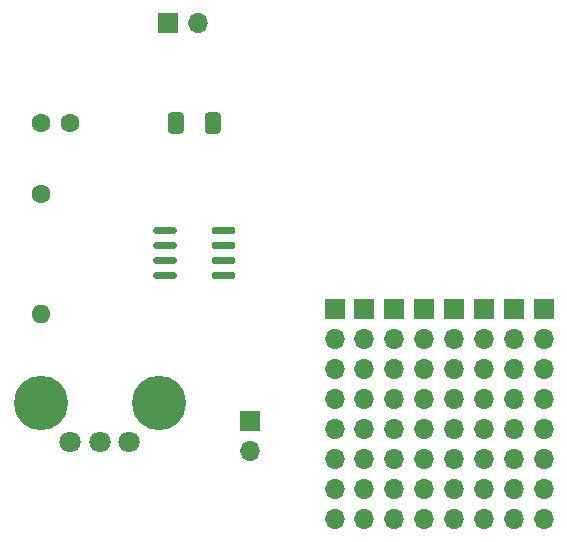
<source format=gbr>
%TF.GenerationSoftware,KiCad,Pcbnew,(5.1.9)-1*%
%TF.CreationDate,2021-08-17T19:58:34-04:00*%
%TF.ProjectId,555-Timer-Soldering-Demo,3535352d-5469-46d6-9572-2d536f6c6465,rev?*%
%TF.SameCoordinates,Original*%
%TF.FileFunction,Soldermask,Top*%
%TF.FilePolarity,Negative*%
%FSLAX46Y46*%
G04 Gerber Fmt 4.6, Leading zero omitted, Abs format (unit mm)*
G04 Created by KiCad (PCBNEW (5.1.9)-1) date 2021-08-17 19:58:34*
%MOMM*%
%LPD*%
G01*
G04 APERTURE LIST*
%ADD10R,1.700000X1.700000*%
%ADD11O,1.700000X1.700000*%
%ADD12O,1.600000X1.600000*%
%ADD13C,1.600000*%
%ADD14C,4.600000*%
%ADD15C,1.800000*%
G04 APERTURE END LIST*
D10*
%TO.C,JX1*%
X129900000Y-79750000D03*
D11*
X129900000Y-82290000D03*
X129900000Y-84830000D03*
X129900000Y-87370000D03*
X129900000Y-89910000D03*
X129900000Y-92450000D03*
X129900000Y-94990000D03*
X129900000Y-97530000D03*
%TD*%
D10*
%TO.C,JX3*%
X134910000Y-79750000D03*
D11*
X134910000Y-82290000D03*
X134910000Y-84830000D03*
X134910000Y-87370000D03*
X134910000Y-89910000D03*
X134910000Y-92450000D03*
X134910000Y-94990000D03*
X134910000Y-97530000D03*
%TD*%
D10*
%TO.C,JX2*%
X132370000Y-79750000D03*
D11*
X132370000Y-82290000D03*
X132370000Y-84830000D03*
X132370000Y-87370000D03*
X132370000Y-89910000D03*
X132370000Y-92450000D03*
X132370000Y-94990000D03*
X132370000Y-97530000D03*
%TD*%
D10*
%TO.C,JX8*%
X147610000Y-79750000D03*
D11*
X147610000Y-82290000D03*
X147610000Y-84830000D03*
X147610000Y-87370000D03*
X147610000Y-89910000D03*
X147610000Y-92450000D03*
X147610000Y-94990000D03*
X147610000Y-97530000D03*
%TD*%
D10*
%TO.C,JX7*%
X145070000Y-79750000D03*
D11*
X145070000Y-82290000D03*
X145070000Y-84830000D03*
X145070000Y-87370000D03*
X145070000Y-89910000D03*
X145070000Y-92450000D03*
X145070000Y-94990000D03*
X145070000Y-97530000D03*
%TD*%
D10*
%TO.C,JX6*%
X142530000Y-79750000D03*
D11*
X142530000Y-82290000D03*
X142530000Y-84830000D03*
X142530000Y-87370000D03*
X142530000Y-89910000D03*
X142530000Y-92450000D03*
X142530000Y-94990000D03*
X142530000Y-97530000D03*
%TD*%
D10*
%TO.C,JX5*%
X139990000Y-79750000D03*
D11*
X139990000Y-82290000D03*
X139990000Y-84830000D03*
X139990000Y-87370000D03*
X139990000Y-89910000D03*
X139990000Y-92450000D03*
X139990000Y-94990000D03*
X139990000Y-97530000D03*
%TD*%
D10*
%TO.C,JX4*%
X137450000Y-79750000D03*
D11*
X137450000Y-82290000D03*
X137450000Y-84830000D03*
X137450000Y-87370000D03*
X137450000Y-89910000D03*
X137450000Y-92450000D03*
X137450000Y-94990000D03*
X137450000Y-97530000D03*
%TD*%
%TO.C,J2*%
X122750000Y-91790000D03*
D10*
X122750000Y-89250000D03*
%TD*%
D11*
%TO.C,J1*%
X118290000Y-55500000D03*
D10*
X115750000Y-55500000D03*
%TD*%
%TO.C,C2*%
G36*
G01*
X117100000Y-63349999D02*
X117100000Y-64650001D01*
G75*
G02*
X116850001Y-64900000I-249999J0D01*
G01*
X116024999Y-64900000D01*
G75*
G02*
X115775000Y-64650001I0J249999D01*
G01*
X115775000Y-63349999D01*
G75*
G02*
X116024999Y-63100000I249999J0D01*
G01*
X116850001Y-63100000D01*
G75*
G02*
X117100000Y-63349999I0J-249999D01*
G01*
G37*
G36*
G01*
X120225000Y-63349999D02*
X120225000Y-64650001D01*
G75*
G02*
X119975001Y-64900000I-249999J0D01*
G01*
X119149999Y-64900000D01*
G75*
G02*
X118900000Y-64650001I0J249999D01*
G01*
X118900000Y-63349999D01*
G75*
G02*
X119149999Y-63100000I249999J0D01*
G01*
X119975001Y-63100000D01*
G75*
G02*
X120225000Y-63349999I0J-249999D01*
G01*
G37*
%TD*%
D12*
%TO.C,R1*%
X105000000Y-80160000D03*
D13*
X105000000Y-70000000D03*
%TD*%
D14*
%TO.C,RV1*%
X105000000Y-87700000D03*
X115000000Y-87700000D03*
D15*
X107500000Y-91000000D03*
X110000000Y-91000000D03*
X112500000Y-91000000D03*
%TD*%
D13*
%TO.C,C1*%
X105000000Y-64000000D03*
X107500000Y-64000000D03*
%TD*%
%TO.C,U1*%
G36*
G01*
X119500000Y-73245000D02*
X119500000Y-72945000D01*
G75*
G02*
X119650000Y-72795000I150000J0D01*
G01*
X121300000Y-72795000D01*
G75*
G02*
X121450000Y-72945000I0J-150000D01*
G01*
X121450000Y-73245000D01*
G75*
G02*
X121300000Y-73395000I-150000J0D01*
G01*
X119650000Y-73395000D01*
G75*
G02*
X119500000Y-73245000I0J150000D01*
G01*
G37*
G36*
G01*
X119500000Y-74515000D02*
X119500000Y-74215000D01*
G75*
G02*
X119650000Y-74065000I150000J0D01*
G01*
X121300000Y-74065000D01*
G75*
G02*
X121450000Y-74215000I0J-150000D01*
G01*
X121450000Y-74515000D01*
G75*
G02*
X121300000Y-74665000I-150000J0D01*
G01*
X119650000Y-74665000D01*
G75*
G02*
X119500000Y-74515000I0J150000D01*
G01*
G37*
G36*
G01*
X119500000Y-75785000D02*
X119500000Y-75485000D01*
G75*
G02*
X119650000Y-75335000I150000J0D01*
G01*
X121300000Y-75335000D01*
G75*
G02*
X121450000Y-75485000I0J-150000D01*
G01*
X121450000Y-75785000D01*
G75*
G02*
X121300000Y-75935000I-150000J0D01*
G01*
X119650000Y-75935000D01*
G75*
G02*
X119500000Y-75785000I0J150000D01*
G01*
G37*
G36*
G01*
X119500000Y-77055000D02*
X119500000Y-76755000D01*
G75*
G02*
X119650000Y-76605000I150000J0D01*
G01*
X121300000Y-76605000D01*
G75*
G02*
X121450000Y-76755000I0J-150000D01*
G01*
X121450000Y-77055000D01*
G75*
G02*
X121300000Y-77205000I-150000J0D01*
G01*
X119650000Y-77205000D01*
G75*
G02*
X119500000Y-77055000I0J150000D01*
G01*
G37*
G36*
G01*
X114550000Y-77055000D02*
X114550000Y-76755000D01*
G75*
G02*
X114700000Y-76605000I150000J0D01*
G01*
X116350000Y-76605000D01*
G75*
G02*
X116500000Y-76755000I0J-150000D01*
G01*
X116500000Y-77055000D01*
G75*
G02*
X116350000Y-77205000I-150000J0D01*
G01*
X114700000Y-77205000D01*
G75*
G02*
X114550000Y-77055000I0J150000D01*
G01*
G37*
G36*
G01*
X114550000Y-75785000D02*
X114550000Y-75485000D01*
G75*
G02*
X114700000Y-75335000I150000J0D01*
G01*
X116350000Y-75335000D01*
G75*
G02*
X116500000Y-75485000I0J-150000D01*
G01*
X116500000Y-75785000D01*
G75*
G02*
X116350000Y-75935000I-150000J0D01*
G01*
X114700000Y-75935000D01*
G75*
G02*
X114550000Y-75785000I0J150000D01*
G01*
G37*
G36*
G01*
X114550000Y-74515000D02*
X114550000Y-74215000D01*
G75*
G02*
X114700000Y-74065000I150000J0D01*
G01*
X116350000Y-74065000D01*
G75*
G02*
X116500000Y-74215000I0J-150000D01*
G01*
X116500000Y-74515000D01*
G75*
G02*
X116350000Y-74665000I-150000J0D01*
G01*
X114700000Y-74665000D01*
G75*
G02*
X114550000Y-74515000I0J150000D01*
G01*
G37*
G36*
G01*
X114550000Y-73245000D02*
X114550000Y-72945000D01*
G75*
G02*
X114700000Y-72795000I150000J0D01*
G01*
X116350000Y-72795000D01*
G75*
G02*
X116500000Y-72945000I0J-150000D01*
G01*
X116500000Y-73245000D01*
G75*
G02*
X116350000Y-73395000I-150000J0D01*
G01*
X114700000Y-73395000D01*
G75*
G02*
X114550000Y-73245000I0J150000D01*
G01*
G37*
%TD*%
M02*

</source>
